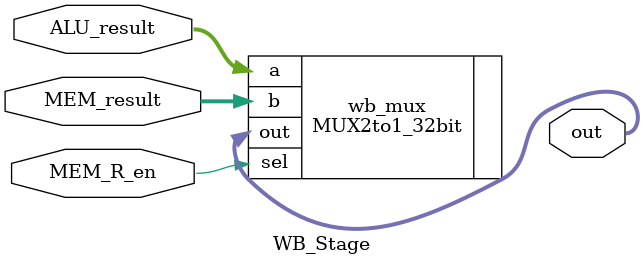
<source format=sv>
`timescale 1ns/1ns
module WB_Stage(
  input[31:0] ALU_result,MEM_result,
  input MEM_R_en,

  output [31:0] out);
  
   MUX2to1_32bit wb_mux(.a(ALU_result),.b(MEM_result),.sel(MEM_R_en),.out(out));
                
endmodule
</source>
